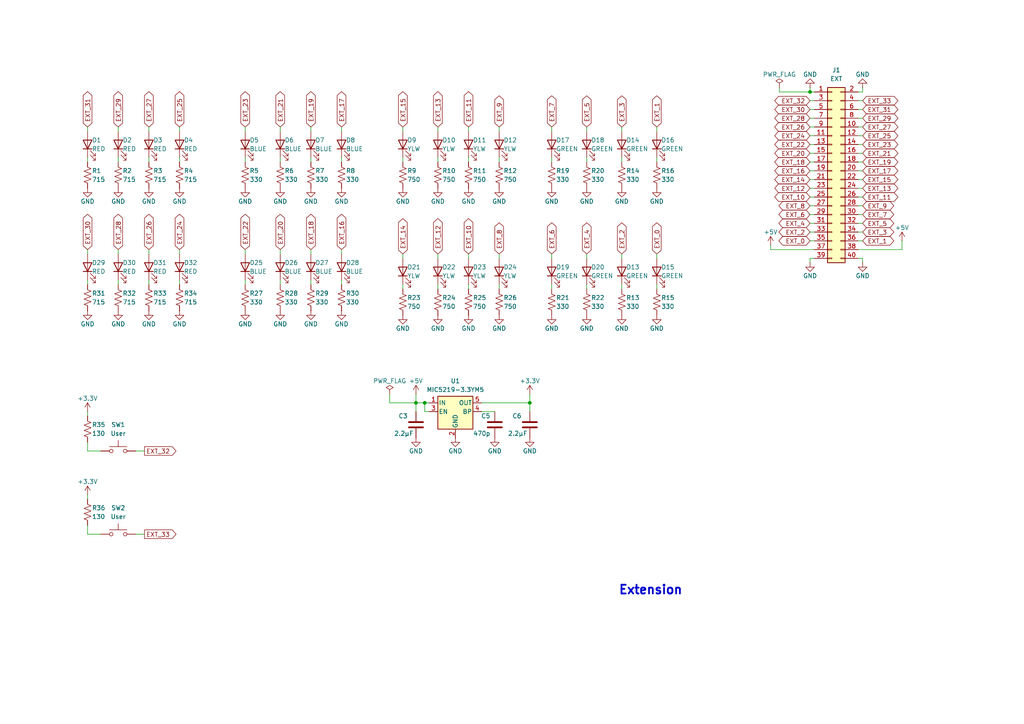
<source format=kicad_sch>
(kicad_sch (version 20231120) (generator "eeschema") (generator_version "8.0")
  (paper "A4")
  (junction (at 234.95 26.67))
  (junction (at 123.19 116.84))
  (junction (at 120.65 116.84))
  (junction (at 153.67 116.84))
  (wire (pts (xy 250.19 74.93) (xy 250.19 76.2)))
  (wire (pts (xy 135.89 82.55) (xy 135.89 83.82)))
  (wire (pts (xy 99.06 72.39) (xy 99.06 73.66)))
  (wire (pts (xy 81.28 45.72) (xy 81.28 46.99)))
  (wire (pts (xy 234.95 49.53) (xy 236.22 49.53)))
  (wire (pts (xy 250.19 26.67) (xy 250.19 25.4)))
  (wire (pts (xy 234.95 74.93) (xy 234.95 76.2)))
  (wire (pts (xy 234.95 26.67) (xy 226.06 26.67)))
  (wire (pts (xy 234.95 74.93) (xy 236.22 74.93)))
  (wire (pts (xy 113.03 116.84) (xy 113.03 114.3)))
  (wire (pts (xy 25.4 36.83) (xy 25.4 38.1)))
  (wire (pts (xy 81.28 81.28) (xy 81.28 82.55)))
  (wire (pts (xy 135.89 36.83) (xy 135.89 38.1)))
  (wire (pts (xy 52.07 72.39) (xy 52.07 73.66)))
  (wire (pts (xy 180.34 73.66) (xy 180.34 74.93)))
  (wire (pts (xy 25.4 128.27) (xy 25.4 130.81)))
  (wire (pts (xy 234.95 36.83) (xy 236.22 36.83)))
  (wire (pts (xy 234.95 54.61) (xy 236.22 54.61)))
  (wire (pts (xy 144.78 73.66) (xy 144.78 74.93)))
  (wire (pts (xy 71.12 81.28) (xy 71.12 82.55)))
  (wire (pts (xy 135.89 45.72) (xy 135.89 46.99)))
  (wire (pts (xy 261.62 69.85) (xy 261.62 72.39)))
  (wire (pts (xy 234.95 39.37) (xy 236.22 39.37)))
  (wire (pts (xy 170.18 36.83) (xy 170.18 38.1)))
  (wire (pts (xy 234.95 46.99) (xy 236.22 46.99)))
  (wire (pts (xy 120.65 116.84) (xy 113.03 116.84)))
  (wire (pts (xy 127 45.72) (xy 127 46.99)))
  (wire (pts (xy 43.18 36.83) (xy 43.18 38.1)))
  (wire (pts (xy 99.06 36.83) (xy 99.06 38.1)))
  (wire (pts (xy 135.89 73.66) (xy 135.89 74.93)))
  (wire (pts (xy 144.78 45.72) (xy 144.78 46.99)))
  (wire (pts (xy 25.4 119.38) (xy 25.4 120.65)))
  (wire (pts (xy 223.52 72.39) (xy 236.22 72.39)))
  (wire (pts (xy 90.17 36.83) (xy 90.17 38.1)))
  (wire (pts (xy 144.78 82.55) (xy 144.78 83.82)))
  (wire (pts (xy 52.07 82.55) (xy 52.07 81.28)))
  (wire (pts (xy 170.18 82.55) (xy 170.18 83.82)))
  (wire (pts (xy 190.5 82.55) (xy 190.5 83.82)))
  (wire (pts (xy 71.12 45.72) (xy 71.12 46.99)))
  (wire (pts (xy 234.95 64.77) (xy 236.22 64.77)))
  (wire (pts (xy 248.92 41.91) (xy 250.19 41.91)))
  (wire (pts (xy 81.28 36.83) (xy 81.28 38.1)))
  (wire (pts (xy 234.95 26.67) (xy 234.95 25.4)))
  (wire (pts (xy 234.95 29.21) (xy 236.22 29.21)))
  (wire (pts (xy 248.92 64.77) (xy 250.19 64.77)))
  (wire (pts (xy 180.34 36.83) (xy 180.34 38.1)))
  (wire (pts (xy 144.78 36.83) (xy 144.78 38.1)))
  (wire (pts (xy 52.07 36.83) (xy 52.07 38.1)))
  (wire (pts (xy 180.34 45.72) (xy 180.34 46.99)))
  (wire (pts (xy 25.4 82.55) (xy 25.4 81.28)))
  (wire (pts (xy 248.92 52.07) (xy 250.19 52.07)))
  (wire (pts (xy 160.02 45.72) (xy 160.02 46.99)))
  (wire (pts (xy 116.84 82.55) (xy 116.84 83.82)))
  (wire (pts (xy 223.52 71.12) (xy 223.52 72.39)))
  (wire (pts (xy 25.4 130.81) (xy 29.21 130.81)))
  (wire (pts (xy 99.06 81.28) (xy 99.06 82.55)))
  (wire (pts (xy 153.67 116.84) (xy 153.67 119.38)))
  (wire (pts (xy 234.95 44.45) (xy 236.22 44.45)))
  (wire (pts (xy 34.29 46.99) (xy 34.29 45.72)))
  (wire (pts (xy 90.17 81.28) (xy 90.17 82.55)))
  (wire (pts (xy 90.17 72.39) (xy 90.17 73.66)))
  (wire (pts (xy 248.92 34.29) (xy 250.19 34.29)))
  (wire (pts (xy 170.18 45.72) (xy 170.18 46.99)))
  (wire (pts (xy 127 82.55) (xy 127 83.82)))
  (wire (pts (xy 116.84 36.83) (xy 116.84 38.1)))
  (wire (pts (xy 248.92 29.21) (xy 250.19 29.21)))
  (wire (pts (xy 116.84 45.72) (xy 116.84 46.99)))
  (wire (pts (xy 234.95 34.29) (xy 236.22 34.29)))
  (wire (pts (xy 25.4 46.99) (xy 25.4 45.72)))
  (wire (pts (xy 248.92 54.61) (xy 250.19 54.61)))
  (wire (pts (xy 90.17 45.72) (xy 90.17 46.99)))
  (wire (pts (xy 25.4 152.4) (xy 25.4 154.94)))
  (wire (pts (xy 234.95 62.23) (xy 236.22 62.23)))
  (wire (pts (xy 120.65 114.3) (xy 120.65 116.84)))
  (wire (pts (xy 34.29 72.39) (xy 34.29 73.66)))
  (wire (pts (xy 43.18 82.55) (xy 43.18 81.28)))
  (wire (pts (xy 190.5 73.66) (xy 190.5 74.93)))
  (wire (pts (xy 160.02 82.55) (xy 160.02 83.82)))
  (wire (pts (xy 190.5 36.83) (xy 190.5 38.1)))
  (wire (pts (xy 248.92 69.85) (xy 250.19 69.85)))
  (wire (pts (xy 248.92 67.31) (xy 250.19 67.31)))
  (wire (pts (xy 81.28 72.39) (xy 81.28 73.66)))
  (wire (pts (xy 234.95 57.15) (xy 236.22 57.15)))
  (wire (pts (xy 52.07 46.99) (xy 52.07 45.72)))
  (wire (pts (xy 248.92 62.23) (xy 250.19 62.23)))
  (wire (pts (xy 190.5 45.72) (xy 190.5 46.99)))
  (wire (pts (xy 248.92 31.75) (xy 250.19 31.75)))
  (wire (pts (xy 248.92 36.83) (xy 250.19 36.83)))
  (wire (pts (xy 71.12 72.39) (xy 71.12 73.66)))
  (wire (pts (xy 34.29 36.83) (xy 34.29 38.1)))
  (wire (pts (xy 153.67 114.3) (xy 153.67 116.84)))
  (wire (pts (xy 234.95 59.69) (xy 236.22 59.69)))
  (wire (pts (xy 139.7 119.38) (xy 143.51 119.38)))
  (wire (pts (xy 71.12 36.83) (xy 71.12 38.1)))
  (wire (pts (xy 160.02 73.66) (xy 160.02 74.93)))
  (wire (pts (xy 123.19 116.84) (xy 124.46 116.84)))
  (wire (pts (xy 124.46 119.38) (xy 123.19 119.38)))
  (wire (pts (xy 123.19 116.84) (xy 120.65 116.84)))
  (wire (pts (xy 248.92 72.39) (xy 261.62 72.39)))
  (wire (pts (xy 120.65 116.84) (xy 120.65 119.38)))
  (wire (pts (xy 234.95 67.31) (xy 236.22 67.31)))
  (wire (pts (xy 248.92 57.15) (xy 250.19 57.15)))
  (wire (pts (xy 39.37 130.81) (xy 41.91 130.81)))
  (wire (pts (xy 234.95 31.75) (xy 236.22 31.75)))
  (wire (pts (xy 43.18 72.39) (xy 43.18 73.66)))
  (wire (pts (xy 127 36.83) (xy 127 38.1)))
  (wire (pts (xy 234.95 41.91) (xy 236.22 41.91)))
  (wire (pts (xy 39.37 154.94) (xy 41.91 154.94)))
  (wire (pts (xy 236.22 26.67) (xy 234.95 26.67)))
  (wire (pts (xy 127 73.66) (xy 127 74.93)))
  (wire (pts (xy 160.02 36.83) (xy 160.02 38.1)))
  (wire (pts (xy 248.92 74.93) (xy 250.19 74.93)))
  (wire (pts (xy 180.34 82.55) (xy 180.34 83.82)))
  (wire (pts (xy 248.92 59.69) (xy 250.19 59.69)))
  (wire (pts (xy 234.95 69.85) (xy 236.22 69.85)))
  (wire (pts (xy 25.4 72.39) (xy 25.4 73.66)))
  (wire (pts (xy 99.06 45.72) (xy 99.06 46.99)))
  (wire (pts (xy 248.92 39.37) (xy 250.19 39.37)))
  (wire (pts (xy 34.29 82.55) (xy 34.29 81.28)))
  (wire (pts (xy 248.92 46.99) (xy 250.19 46.99)))
  (wire (pts (xy 248.92 49.53) (xy 250.19 49.53)))
  (wire (pts (xy 226.06 26.67) (xy 226.06 25.4)))
  (wire (pts (xy 116.84 73.66) (xy 116.84 74.93)))
  (wire (pts (xy 123.19 119.38) (xy 123.19 116.84)))
  (wire (pts (xy 25.4 154.94) (xy 29.21 154.94)))
  (wire (pts (xy 139.7 116.84) (xy 153.67 116.84)))
  (wire (pts (xy 248.92 26.67) (xy 250.19 26.67)))
  (wire (pts (xy 170.18 73.66) (xy 170.18 74.93)))
  (wire (pts (xy 43.18 46.99) (xy 43.18 45.72)))
  (wire (pts (xy 248.92 44.45) (xy 250.19 44.45)))
  (wire (pts (xy 234.95 52.07) (xy 236.22 52.07)))
  (wire (pts (xy 25.4 143.51) (xy 25.4 144.78)))
  (text "Extension" (at 179.324 172.72 0) (effects (font (size 2.54 2.54) (thickness 0.508) (bold yes)) (justify left bottom)))
  (global_label "EXT_28" (shape bidirectional) (at 234.95 34.29 180) (property "Intersheetrefs" "${INTERSHEET_REFS}" (effects (hide yes))))
  (global_label "EXT_25" (shape bidirectional) (at 52.07 36.83 90) (property "Intersheetrefs" "${INTERSHEET_REFS}" (effects (hide yes))))
  (global_label "EXT_32" (shape bidirectional) (at 234.95 29.21 180) (property "Intersheetrefs" "${INTERSHEET_REFS}" (effects (hide yes))))
  (global_label "EXT_31" (shape bidirectional) (at 25.4 36.83 90) (property "Intersheetrefs" "${INTERSHEET_REFS}" (effects (hide yes))))
  (global_label "EXT_24" (shape bidirectional) (at 52.07 72.39 90) (property "Intersheetrefs" "${INTERSHEET_REFS}" (effects (hide yes))))
  (global_label "EXT_11" (shape bidirectional) (at 250.19 57.15 0) (property "Intersheetrefs" "${INTERSHEET_REFS}" (effects (hide yes))))
  (global_label "EXT_29" (shape bidirectional) (at 34.29 36.83 90) (property "Intersheetrefs" "${INTERSHEET_REFS}" (effects (hide yes))))
  (global_label "EXT_11" (shape bidirectional) (at 135.89 36.83 90) (property "Intersheetrefs" "${INTERSHEET_REFS}" (effects (hide yes))))
  (global_label "EXT_23" (shape bidirectional) (at 71.12 36.83 90) (property "Intersheetrefs" "${INTERSHEET_REFS}" (effects (hide yes))))
  (global_label "EXT_30" (shape bidirectional) (at 25.4 72.39 90) (property "Intersheetrefs" "${INTERSHEET_REFS}" (effects (hide yes))))
  (global_label "EXT_24" (shape bidirectional) (at 234.95 39.37 180) (property "Intersheetrefs" "${INTERSHEET_REFS}" (effects (hide yes))))
  (global_label "EXT_9" (shape bidirectional) (at 250.19 59.69 0) (property "Intersheetrefs" "${INTERSHEET_REFS}" (effects (hide yes))))
  (global_label "EXT_6" (shape bidirectional) (at 234.95 62.23 180) (property "Intersheetrefs" "${INTERSHEET_REFS}" (effects (hide yes))))
  (global_label "EXT_33" (shape output) (at 41.91 154.94 0) (property "Intersheetrefs" "${INTERSHEET_REFS}" (effects (hide yes))))
  (global_label "EXT_23" (shape bidirectional) (at 250.19 41.91 0) (property "Intersheetrefs" "${INTERSHEET_REFS}" (effects (hide yes))))
  (global_label "EXT_20" (shape bidirectional) (at 234.95 44.45 180) (property "Intersheetrefs" "${INTERSHEET_REFS}" (effects (hide yes))))
  (global_label "EXT_9" (shape bidirectional) (at 144.78 36.83 90) (property "Intersheetrefs" "${INTERSHEET_REFS}" (effects (hide yes))))
  (global_label "EXT_15" (shape bidirectional) (at 250.19 52.07 0) (property "Intersheetrefs" "${INTERSHEET_REFS}" (effects (hide yes))))
  (global_label "EXT_32" (shape output) (at 41.91 130.81 0) (property "Intersheetrefs" "${INTERSHEET_REFS}" (effects (hide yes))))
  (global_label "EXT_14" (shape bidirectional) (at 234.95 52.07 180) (property "Intersheetrefs" "${INTERSHEET_REFS}" (effects (hide yes))))
  (global_label "EXT_8" (shape bidirectional) (at 144.78 73.66 90) (property "Intersheetrefs" "${INTERSHEET_REFS}" (effects (hide yes))))
  (global_label "EXT_10" (shape bidirectional) (at 135.89 73.66 90) (property "Intersheetrefs" "${INTERSHEET_REFS}" (effects (hide yes))))
  (global_label "EXT_27" (shape bidirectional) (at 43.18 36.83 90) (property "Intersheetrefs" "${INTERSHEET_REFS}" (effects (hide yes))))
  (global_label "EXT_5" (shape bidirectional) (at 250.19 64.77 0) (property "Intersheetrefs" "${INTERSHEET_REFS}" (effects (hide yes))))
  (global_label "EXT_3" (shape bidirectional) (at 180.34 36.83 90) (property "Intersheetrefs" "${INTERSHEET_REFS}" (effects (hide yes))))
  (global_label "EXT_0" (shape bidirectional) (at 234.95 69.85 180) (property "Intersheetrefs" "${INTERSHEET_REFS}" (effects (hide yes))))
  (global_label "EXT_29" (shape bidirectional) (at 250.19 34.29 0) (property "Intersheetrefs" "${INTERSHEET_REFS}" (effects (hide yes))))
  (global_label "EXT_1" (shape bidirectional) (at 250.19 69.85 0) (property "Intersheetrefs" "${INTERSHEET_REFS}" (effects (hide yes))))
  (global_label "EXT_18" (shape bidirectional) (at 234.95 46.99 180) (property "Intersheetrefs" "${INTERSHEET_REFS}" (effects (hide yes))))
  (global_label "EXT_21" (shape bidirectional) (at 81.28 36.83 90) (property "Intersheetrefs" "${INTERSHEET_REFS}" (effects (hide yes))))
  (global_label "EXT_4" (shape bidirectional) (at 234.95 64.77 180) (property "Intersheetrefs" "${INTERSHEET_REFS}" (effects (hide yes))))
  (global_label "EXT_0" (shape bidirectional) (at 190.5 73.66 90) (property "Intersheetrefs" "${INTERSHEET_REFS}" (effects (hide yes))))
  (global_label "EXT_25" (shape bidirectional) (at 250.19 39.37 0) (property "Intersheetrefs" "${INTERSHEET_REFS}" (effects (hide yes))))
  (global_label "EXT_13" (shape bidirectional) (at 250.19 54.61 0) (property "Intersheetrefs" "${INTERSHEET_REFS}" (effects (hide yes))))
  (global_label "EXT_22" (shape bidirectional) (at 234.95 41.91 180) (property "Intersheetrefs" "${INTERSHEET_REFS}" (effects (hide yes))))
  (global_label "EXT_12" (shape bidirectional) (at 234.95 54.61 180) (property "Intersheetrefs" "${INTERSHEET_REFS}" (effects (hide yes))))
  (global_label "EXT_3" (shape bidirectional) (at 250.19 67.31 0) (property "Intersheetrefs" "${INTERSHEET_REFS}" (effects (hide yes))))
  (global_label "EXT_21" (shape bidirectional) (at 250.19 44.45 0) (property "Intersheetrefs" "${INTERSHEET_REFS}" (effects (hide yes))))
  (global_label "EXT_22" (shape bidirectional) (at 71.12 72.39 90) (property "Intersheetrefs" "${INTERSHEET_REFS}" (effects (hide yes))))
  (global_label "EXT_14" (shape bidirectional) (at 116.84 73.66 90) (property "Intersheetrefs" "${INTERSHEET_REFS}" (effects (hide yes))))
  (global_label "EXT_7" (shape bidirectional) (at 250.19 62.23 0) (property "Intersheetrefs" "${INTERSHEET_REFS}" (effects (hide yes))))
  (global_label "EXT_4" (shape bidirectional) (at 170.18 73.66 90) (property "Intersheetrefs" "${INTERSHEET_REFS}" (effects (hide yes))))
  (global_label "EXT_30" (shape bidirectional) (at 234.95 31.75 180) (property "Intersheetrefs" "${INTERSHEET_REFS}" (effects (hide yes))))
  (global_label "EXT_10" (shape bidirectional) (at 234.95 57.15 180) (property "Intersheetrefs" "${INTERSHEET_REFS}" (effects (hide yes))))
  (global_label "EXT_26" (shape bidirectional) (at 234.95 36.83 180) (property "Intersheetrefs" "${INTERSHEET_REFS}" (effects (hide yes))))
  (global_label "EXT_13" (shape bidirectional) (at 127 36.83 90) (property "Intersheetrefs" "${INTERSHEET_REFS}" (effects (hide yes))))
  (global_label "EXT_19" (shape bidirectional) (at 90.17 36.83 90) (property "Intersheetrefs" "${INTERSHEET_REFS}" (effects (hide yes))))
  (global_label "EXT_8" (shape bidirectional) (at 234.95 59.69 180) (property "Intersheetrefs" "${INTERSHEET_REFS}" (effects (hide yes))))
  (global_label "EXT_6" (shape bidirectional) (at 160.02 73.66 90) (property "Intersheetrefs" "${INTERSHEET_REFS}" (effects (hide yes))))
  (global_label "EXT_7" (shape bidirectional) (at 160.02 36.83 90) (property "Intersheetrefs" "${INTERSHEET_REFS}" (effects (hide yes))))
  (global_label "EXT_5" (shape bidirectional) (at 170.18 36.83 90) (property "Intersheetrefs" "${INTERSHEET_REFS}" (effects (hide yes))))
  (global_label "EXT_19" (shape bidirectional) (at 250.19 46.99 0) (property "Intersheetrefs" "${INTERSHEET_REFS}" (effects (hide yes))))
  (global_label "EXT_17" (shape bidirectional) (at 250.19 49.53 0) (property "Intersheetrefs" "${INTERSHEET_REFS}" (effects (hide yes))))
  (global_label "EXT_15" (shape bidirectional) (at 116.84 36.83 90) (property "Intersheetrefs" "${INTERSHEET_REFS}" (effects (hide yes))))
  (global_label "EXT_33" (shape bidirectional) (at 250.19 29.21 0) (property "Intersheetrefs" "${INTERSHEET_REFS}" (effects (hide yes))))
  (global_label "EXT_31" (shape bidirectional) (at 250.19 31.75 0) (property "Intersheetrefs" "${INTERSHEET_REFS}" (effects (hide yes))))
  (global_label "EXT_2" (shape bidirectional) (at 180.34 73.66 90) (property "Intersheetrefs" "${INTERSHEET_REFS}" (effects (hide yes))))
  (global_label "EXT_26" (shape bidirectional) (at 43.18 72.39 90) (property "Intersheetrefs" "${INTERSHEET_REFS}" (effects (hide yes))))
  (global_label "EXT_1" (shape bidirectional) (at 190.5 36.83 90) (property "Intersheetrefs" "${INTERSHEET_REFS}" (effects (hide yes))))
  (global_label "EXT_27" (shape bidirectional) (at 250.19 36.83 0) (property "Intersheetrefs" "${INTERSHEET_REFS}" (effects (hide yes))))
  (global_label "EXT_18" (shape bidirectional) (at 90.17 72.39 90) (property "Intersheetrefs" "${INTERSHEET_REFS}" (effects (hide yes))))
  (global_label "EXT_16" (shape bidirectional) (at 234.95 49.53 180) (property "Intersheetrefs" "${INTERSHEET_REFS}" (effects (hide yes))))
  (global_label "EXT_20" (shape bidirectional) (at 81.28 72.39 90) (property "Intersheetrefs" "${INTERSHEET_REFS}" (effects (hide yes))))
  (global_label "EXT_16" (shape bidirectional) (at 99.06 72.39 90) (property "Intersheetrefs" "${INTERSHEET_REFS}" (effects (hide yes))))
  (global_label "EXT_17" (shape bidirectional) (at 99.06 36.83 90) (property "Intersheetrefs" "${INTERSHEET_REFS}" (effects (hide yes))))
  (global_label "EXT_28" (shape bidirectional) (at 34.29 72.39 90) (property "Intersheetrefs" "${INTERSHEET_REFS}" (effects (hide yes))))
  (global_label "EXT_2" (shape bidirectional) (at 234.95 67.31 180) (property "Intersheetrefs" "${INTERSHEET_REFS}" (effects (hide yes))))
  (global_label "EXT_12" (shape bidirectional) (at 127 73.66 90) (property "Intersheetrefs" "${INTERSHEET_REFS}" (effects (hide yes))))
  (symbol (lib_id "Device:LED") (at 43.18 41.91 90) (unit 1)
    (property "Reference" "D3" (at 44.45 40.64 90) (effects (justify right)))
    (property "Value" "RED" (at 44.45 43.18 90) (effects (justify right)))
    (property "Footprint" "LED_SMD:LED_0603_1608Metric" (effects (hide yes)))
    (property "Description" "Light emitting diode" (effects (hide yes)))
    (property "Manufacturer" "Kingbright" (effects (hide yes)))
    (property "MPN" "APTD1608LSURCK" (effects (hide yes)))
  )
  (symbol (lib_id "Device:LED") (at 71.12 77.47 90) (unit 1)
    (property "Reference" "D25" (at 72.39 76.2 90) (effects (justify right)))
    (property "Value" "BLUE" (at 72.39 78.74 90) (effects (justify right)))
    (property "Footprint" "LED_SMD:LED_0603_1608Metric" (effects (hide yes)))
    (property "Description" "Light emitting diode" (effects (hide yes)))
    (property "Manufacturer" "Kingbright" (effects (hide yes)))
    (property "MPN" "APTD1608LVBC/D" (effects (hide yes)))
  )
  (symbol (lib_id "power:GND") (at 143.51 127 0) (unit 1)
    (property "Reference" "#PWR014" (effects (hide yes)))
    (property "Value" "GND" (at 143.51 130.81 0))
    (property "Description" "Power symbol creates a global label with name \"GND\" , ground" (effects (hide yes)))
    (instances (project "FT2232H" (path "" (reference "#PWR014") (unit 1))) (project "ECP5" (path "" (reference "#PWR049") (unit 1))))
  )
  (symbol (lib_id "Device:C") (at 143.51 123.19 0) (mirror y) (unit 1)
    (property "Reference" "C5" (at 142.24 120.65 0) (effects (justify left)))
    (property "Value" "470p" (at 142.24 125.73 0) (effects (justify left)))
    (property "Footprint" "Capacitor_SMD:C_0603_1608Metric" (effects (hide yes)))
    (property "Description" "Unpolarized capacitor" (effects (hide yes)))
    (property "Manufacturer" "Würth Elektronik" (effects (hide yes)))
    (property "MPN" "885012006042" (effects (hide yes)))
    (instances (project "FT2232H" (path "" (reference "C5") (unit 1))) (project "ECP5" (path "" (reference "C7") (unit 1))))
  )
  (symbol (lib_id "Device:LED") (at 127 41.91 90) (unit 1)
    (property "Reference" "D10" (at 128.27 40.64 90) (effects (justify right)))
    (property "Value" "YLW" (at 128.27 43.18 90) (effects (justify right)))
    (property "Footprint" "LED_SMD:LED_0603_1608Metric" (effects (hide yes)))
    (property "Description" "Light emitting diode" (effects (hide yes)))
    (property "Manufacturer" "Kingbright" (effects (hide yes)))
    (property "MPN" "APTD1608LSYCK/J3-PF" (effects (hide yes)))
  )
  (symbol (lib_id "Device:R_US") (at 160.02 50.8 0) (unit 1)
    (property "Reference" "R19" (at 161.29 49.53 0) (effects (justify left)))
    (property "Value" "330" (at 161.29 52.07 0) (effects (justify left)))
    (property "Footprint" "Resistor_SMD:R_0603_1608Metric" (effects (hide yes)))
    (property "Description" "Resistor, US symbol" (effects (hide yes)))
    (property "Manufacturer" "Panasonic Electronic Components" (effects (hide yes)))
    (property "MPN" "ERJ-3EKF3300V" (effects (hide yes)))
  )
  (symbol (lib_id "power:+5V") (at 223.52 71.12 0) (unit 1)
    (property "Reference" "#PWR04" (effects (hide yes)))
    (property "Value" "+5V" (at 223.52 67.31 0))
    (property "Description" "Power symbol creates a global label with name \"+5V\"" (effects (hide yes)))
  )
  (symbol (lib_id "power:GND") (at 135.89 54.61 0) (unit 1)
    (property "Reference" "#PWR017" (effects (hide yes)))
    (property "Value" "GND" (at 135.89 58.42 0))
    (property "Description" "Power symbol creates a global label with name \"GND\" , ground" (effects (hide yes)))
  )
  (symbol (lib_id "Device:R_US") (at 52.07 86.36 0) (unit 1)
    (property "Reference" "R34" (at 53.34 85.09 0) (effects (justify left)))
    (property "Value" "715" (at 53.34 87.63 0) (effects (justify left)))
    (property "Footprint" "Resistor_SMD:R_0603_1608Metric" (effects (hide yes)))
    (property "Description" "Resistor, US symbol" (effects (hide yes)))
    (property "Manufacturer" "Panasonic Electronic Components" (effects (hide yes)))
    (property "MPN" "ERJ-3EKF7150V" (effects (hide yes)))
  )
  (symbol (lib_id "Device:LED") (at 170.18 41.91 90) (unit 1)
    (property "Reference" "D18" (at 171.45 40.64 90) (effects (justify right)))
    (property "Value" "GREEN" (at 171.45 43.18 90) (effects (justify right)))
    (property "Footprint" "LED_SMD:LED_0603_1608Metric" (effects (hide yes)))
    (property "Description" "Light emitting diode" (effects (hide yes)))
    (property "Manufacturer" "Kingbright" (effects (hide yes)))
    (property "MPN" "APTD1608LZGCK" (effects (hide yes)))
  )
  (symbol (lib_id "power:GND") (at 116.84 54.61 0) (unit 1)
    (property "Reference" "#PWR015" (effects (hide yes)))
    (property "Value" "GND" (at 116.84 58.42 0))
    (property "Description" "Power symbol creates a global label with name \"GND\" , ground" (effects (hide yes)))
  )
  (symbol (lib_id "power:GND") (at 43.18 90.17 0) (unit 1)
    (property "Reference" "#PWR042" (effects (hide yes)))
    (property "Value" "GND" (at 43.18 93.98 0))
    (property "Description" "Power symbol creates a global label with name \"GND\" , ground" (effects (hide yes)))
  )
  (symbol (lib_id "power:GND") (at 34.29 90.17 0) (unit 1)
    (property "Reference" "#PWR041" (effects (hide yes)))
    (property "Value" "GND" (at 34.29 93.98 0))
    (property "Description" "Power symbol creates a global label with name \"GND\" , ground" (effects (hide yes)))
  )
  (symbol (lib_id "power:+5V") (at 261.62 69.85 0) (unit 1)
    (property "Reference" "#PWR03" (effects (hide yes)))
    (property "Value" "+5V" (at 261.62 66.04 0))
    (property "Description" "Power symbol creates a global label with name \"+5V\"" (effects (hide yes)))
  )
  (symbol (lib_id "Device:R_US") (at 90.17 86.36 0) (unit 1)
    (property "Reference" "R29" (at 91.44 85.09 0) (effects (justify left)))
    (property "Value" "330" (at 91.44 87.63 0) (effects (justify left)))
    (property "Footprint" "Resistor_SMD:R_0603_1608Metric" (effects (hide yes)))
    (property "Description" "Resistor, US symbol" (effects (hide yes)))
    (property "Manufacturer" "Panasonic Electronic Components" (effects (hide yes)))
    (property "MPN" "ERJ-3EKF3300V" (effects (hide yes)))
  )
  (symbol (lib_id "Regulator_Linear:MIC5219-3.3YM5") (at 132.08 119.38 0) (unit 1)
    (property "Reference" "U1" (at 132.08 110.49 0))
    (property "Value" "MIC5219-3.3YM5" (at 132.08 113.03 0))
    (property "Footprint" "Package_TO_SOT_SMD:SOT-23-5" (effects (hide yes)))
    (property "Datasheet" "http://ww1.microchip.com/downloads/en/DeviceDoc/MIC5219-500mA-Peak-Output-LDO-Regulator-DS20006021A.pdf" (effects (hide yes)))
    (property "Description" "500mA low dropout linear regulator, fixed 3.3V output, SOT-23-5" (effects (hide yes)))
    (property "MPN" "MIC5219-3.3YM5-TR" (effects (hide yes)))
    (property "Manufacturer" "Microchip Technology" (effects (hide yes)))
    (instances (project "FT2232H" (path "" (reference "U1") (unit 1))) (project "ECP5" (path "" (reference "U2") (unit 1))))
  )
  (symbol (lib_id "power:+3.3V") (at 25.4 119.38 0) (unit 1) (in_bom no)
    (property "Reference" "#PWR044" (effects (hide yes)))
    (property "Value" "+3.3V" (at 25.4 115.57 0))
    (property "Description" "Power symbol creates a global label with name \"+3.3V\"" (effects (hide yes)))
  )
  (symbol (lib_id "Connector_Generic:Conn_02x20_Odd_Even") (at 241.3 49.53 0) (unit 1)
    (property "Reference" "J1" (at 242.57 20.32 0))
    (property "Value" "EXT" (at 242.57 22.86 0))
    (property "Footprint" "ECP5_BGA381_RISCV_EXT:SAMTEC_FLE-120-01-G-DV-A" (effects (hide yes)))
    (property "Description" "Generic connector, double row, 02x20, odd/even pin numbering scheme (row 1 odd numbers, row 2 even numbers), script generated (kicad-library-utils/schlib/autogen/connector/)" (effects (hide yes)))
    (property "MPN" "FLE-120-01-G-DV-A-P-TR" (effects (hide yes)))
    (property "Manufacturer" "Samtec Inc." (effects (hide yes)))
  )
  (symbol (lib_id "Device:LED") (at 190.5 78.74 90) (unit 1)
    (property "Reference" "D15" (at 191.77 77.47 90) (effects (justify right)))
    (property "Value" "GREEN" (at 191.77 80.01 90) (effects (justify right)))
    (property "Footprint" "LED_SMD:LED_0603_1608Metric" (effects (hide yes)))
    (property "Description" "Light emitting diode" (effects (hide yes)))
    (property "Manufacturer" "Kingbright" (effects (hide yes)))
    (property "MPN" "APTD1608LZGCK" (effects (hide yes)))
  )
  (symbol (lib_id "power:GND") (at 160.02 54.61 0) (unit 1)
    (property "Reference" "#PWR028" (effects (hide yes)))
    (property "Value" "GND" (at 160.02 58.42 0))
    (property "Description" "Power symbol creates a global label with name \"GND\" , ground" (effects (hide yes)))
  )
  (symbol (lib_id "Device:LED") (at 99.06 77.47 90) (unit 1)
    (property "Reference" "D28" (at 100.33 76.2 90) (effects (justify right)))
    (property "Value" "BLUE" (at 100.33 78.74 90) (effects (justify right)))
    (property "Footprint" "LED_SMD:LED_0603_1608Metric" (effects (hide yes)))
    (property "Description" "Light emitting diode" (effects (hide yes)))
    (property "Manufacturer" "Kingbright" (effects (hide yes)))
    (property "MPN" "APTD1608LVBC/D" (effects (hide yes)))
  )
  (symbol (lib_id "Device:R_US") (at 170.18 50.8 0) (unit 1)
    (property "Reference" "R20" (at 171.45 49.53 0) (effects (justify left)))
    (property "Value" "330" (at 171.45 52.07 0) (effects (justify left)))
    (property "Footprint" "Resistor_SMD:R_0603_1608Metric" (effects (hide yes)))
    (property "Description" "Resistor, US symbol" (effects (hide yes)))
    (property "Manufacturer" "Panasonic Electronic Components" (effects (hide yes)))
    (property "MPN" "ERJ-3EKF3300V" (effects (hide yes)))
  )
  (symbol (lib_id "Device:LED") (at 90.17 77.47 90) (unit 1)
    (property "Reference" "D27" (at 91.44 76.2 90) (effects (justify right)))
    (property "Value" "BLUE" (at 91.44 78.74 90) (effects (justify right)))
    (property "Footprint" "LED_SMD:LED_0603_1608Metric" (effects (hide yes)))
    (property "Description" "Light emitting diode" (effects (hide yes)))
    (property "Manufacturer" "Kingbright" (effects (hide yes)))
    (property "MPN" "APTD1608LVBC/D" (effects (hide yes)))
  )
  (symbol (lib_id "Device:LED") (at 81.28 77.47 90) (unit 1)
    (property "Reference" "D26" (at 82.55 76.2 90) (effects (justify right)))
    (property "Value" "BLUE" (at 82.55 78.74 90) (effects (justify right)))
    (property "Footprint" "LED_SMD:LED_0603_1608Metric" (effects (hide yes)))
    (property "Description" "Light emitting diode" (effects (hide yes)))
    (property "Manufacturer" "Kingbright" (effects (hide yes)))
    (property "MPN" "APTD1608LVBC/D" (effects (hide yes)))
  )
  (symbol (lib_id "power:GND") (at 153.67 127 0) (unit 1)
    (property "Reference" "#PWR020" (effects (hide yes)))
    (property "Value" "GND" (at 153.67 130.81 0))
    (property "Description" "Power symbol creates a global label with name \"GND\" , ground" (effects (hide yes)))
    (instances (project "FT2232H" (path "" (reference "#PWR020") (unit 1))) (project "ECP5" (path "" (reference "#PWR050") (unit 1))))
  )
  (symbol (lib_id "Device:LED") (at 127 78.74 90) (unit 1)
    (property "Reference" "D22" (at 128.27 77.47 90) (effects (justify right)))
    (property "Value" "YLW" (at 128.27 80.01 90) (effects (justify right)))
    (property "Footprint" "LED_SMD:LED_0603_1608Metric" (effects (hide yes)))
    (property "Description" "Light emitting diode" (effects (hide yes)))
    (property "Manufacturer" "Kingbright" (effects (hide yes)))
    (property "MPN" "APTD1608LSYCK/J3-PF" (effects (hide yes)))
  )
  (symbol (lib_id "power:GND") (at 120.65 127 0) (unit 1)
    (property "Reference" "#PWR010" (effects (hide yes)))
    (property "Value" "GND" (at 120.65 130.81 0))
    (property "Description" "Power symbol creates a global label with name \"GND\" , ground" (effects (hide yes)))
    (instances (project "FT2232H" (path "" (reference "#PWR010") (unit 1))) (project "ECP5" (path "" (reference "#PWR047") (unit 1))))
  )
  (symbol (lib_id "power:GND") (at 250.19 76.2 0) (unit 1)
    (property "Reference" "#PWR06" (effects (hide yes)))
    (property "Value" "GND" (at 250.19 80.01 0))
    (property "Description" "Power symbol creates a global label with name \"GND\" , ground" (effects (hide yes)))
  )
  (symbol (lib_id "power:GND") (at 132.08 127 0) (unit 1)
    (property "Reference" "#PWR011" (effects (hide yes)))
    (property "Value" "GND" (at 132.08 130.81 0))
    (property "Description" "Power symbol creates a global label with name \"GND\" , ground" (effects (hide yes)))
    (instances (project "FT2232H" (path "" (reference "#PWR011") (unit 1))) (project "ECP5" (path "" (reference "#PWR048") (unit 1))))
  )
  (symbol (lib_id "Device:LED") (at 25.4 41.91 90) (unit 1)
    (property "Reference" "D1" (at 26.67 40.64 90) (effects (justify right)))
    (property "Value" "RED" (at 26.67 43.18 90) (effects (justify right)))
    (property "Footprint" "LED_SMD:LED_0603_1608Metric" (effects (hide yes)))
    (property "Description" "Light emitting diode" (effects (hide yes)))
    (property "Manufacturer" "Kingbright" (effects (hide yes)))
    (property "MPN" "APTD1608LSURCK" (effects (hide yes)))
  )
  (symbol (lib_id "power:GND") (at 135.89 91.44 0) (unit 1)
    (property "Reference" "#PWR034" (effects (hide yes)))
    (property "Value" "GND" (at 135.89 95.25 0))
    (property "Description" "Power symbol creates a global label with name \"GND\" , ground" (effects (hide yes)))
  )
  (symbol (lib_id "power:GND") (at 25.4 54.61 0) (unit 1)
    (property "Reference" "#PWR07" (effects (hide yes)))
    (property "Value" "GND" (at 25.4 58.42 0))
    (property "Description" "Power symbol creates a global label with name \"GND\" , ground" (effects (hide yes)))
  )
  (symbol (lib_id "Device:R_US") (at 99.06 86.36 0) (unit 1)
    (property "Reference" "R30" (at 100.33 85.09 0) (effects (justify left)))
    (property "Value" "330" (at 100.33 87.63 0) (effects (justify left)))
    (property "Footprint" "Resistor_SMD:R_0603_1608Metric" (effects (hide yes)))
    (property "Description" "Resistor, US symbol" (effects (hide yes)))
    (property "Manufacturer" "Panasonic Electronic Components" (effects (hide yes)))
    (property "MPN" "ERJ-3EKF3300V" (effects (hide yes)))
  )
  (symbol (lib_id "Device:R_US") (at 127 50.8 0) (unit 1)
    (property "Reference" "R10" (at 128.27 49.53 0) (effects (justify left)))
    (property "Value" "750" (at 128.27 52.07 0) (effects (justify left)))
    (property "Footprint" "Resistor_SMD:R_0603_1608Metric" (effects (hide yes)))
    (property "Description" "Resistor, US symbol" (effects (hide yes)))
    (property "Manufacturer" "Panasonic Electronic Components" (effects (hide yes)))
    (property "MPN" "ERJ-3EKF7500V" (effects (hide yes)))
  )
  (symbol (lib_id "power:GND") (at 160.02 91.44 0) (unit 1)
    (property "Reference" "#PWR030" (effects (hide yes)))
    (property "Value" "GND" (at 160.02 95.25 0))
    (property "Description" "Power symbol creates a global label with name \"GND\" , ground" (effects (hide yes)))
  )
  (symbol (lib_id "power:GND") (at 234.95 76.2 0) (unit 1)
    (property "Reference" "#PWR05" (effects (hide yes)))
    (property "Value" "GND" (at 234.95 80.01 0))
    (property "Description" "Power symbol creates a global label with name \"GND\" , ground" (effects (hide yes)))
  )
  (symbol (lib_id "Device:R_US") (at 81.28 50.8 0) (unit 1)
    (property "Reference" "R6" (at 82.55 49.53 0) (effects (justify left)))
    (property "Value" "330" (at 82.55 52.07 0) (effects (justify left)))
    (property "Footprint" "Resistor_SMD:R_0603_1608Metric" (effects (hide yes)))
    (property "Description" "Resistor, US symbol" (effects (hide yes)))
    (property "Manufacturer" "Panasonic Electronic Components" (effects (hide yes)))
    (property "MPN" "ERJ-3EKF3300V" (effects (hide yes)))
  )
  (symbol (lib_id "power:PWR_FLAG") (at 226.06 25.4 0) (unit 1)
    (property "Reference" "#FLG03" (effects (hide yes)))
    (property "Value" "PWR_FLAG" (at 226.06 21.59 0))
    (property "Description" "Special symbol for telling ERC where power comes from" (effects (hide yes)))
  )
  (symbol (lib_id "Device:R_US") (at 116.84 50.8 0) (unit 1)
    (property "Reference" "R9" (at 118.11 49.53 0) (effects (justify left)))
    (property "Value" "750" (at 118.11 52.07 0) (effects (justify left)))
    (property "Footprint" "Resistor_SMD:R_0603_1608Metric" (effects (hide yes)))
    (property "Description" "Resistor, US symbol" (effects (hide yes)))
    (property "Manufacturer" "Panasonic Electronic Components" (effects (hide yes)))
    (property "MPN" "ERJ-3EKF7500V" (effects (hide yes)))
  )
  (symbol (lib_id "power:GND") (at 180.34 54.61 0) (unit 1)
    (property "Reference" "#PWR020" (effects (hide yes)))
    (property "Value" "GND" (at 180.34 58.42 0))
    (property "Description" "Power symbol creates a global label with name \"GND\" , ground" (effects (hide yes)))
  )
  (symbol (lib_id "Device:R_US") (at 99.06 50.8 0) (unit 1)
    (property "Reference" "R8" (at 100.33 49.53 0) (effects (justify left)))
    (property "Value" "330" (at 100.33 52.07 0) (effects (justify left)))
    (property "Footprint" "Resistor_SMD:R_0603_1608Metric" (effects (hide yes)))
    (property "Description" "Resistor, US symbol" (effects (hide yes)))
    (property "Manufacturer" "Panasonic Electronic Components" (effects (hide yes)))
    (property "MPN" "ERJ-3EKF3300V" (effects (hide yes)))
  )
  (symbol (lib_id "Device:C") (at 153.67 123.19 0) (unit 1)
    (property "Reference" "C6" (at 148.59 120.65 0) (effects (justify left)))
    (property "Value" "2.2µF" (at 147.32 125.73 0) (effects (justify left)))
    (property "Footprint" "Capacitor_SMD:C_1206_3216Metric" (effects (hide yes)))
    (property "Description" "Unpolarized capacitor" (effects (hide yes)))
    (property "Manufacturer" "KYOCERA AVX" (effects (hide yes)))
    (property "MPN" "TPSA225K010T1800" (effects (hide yes)))
    (instances (project "FT2232H" (path "" (reference "C6") (unit 1))) (project "ECP5" (path "" (reference "C8") (unit 1))))
  )
  (symbol (lib_id "power:GND") (at 71.12 90.17 0) (unit 1)
    (property "Reference" "#PWR036" (effects (hide yes)))
    (property "Value" "GND" (at 71.12 93.98 0))
    (property "Description" "Power symbol creates a global label with name \"GND\" , ground" (effects (hide yes)))
  )
  (symbol (lib_id "power:GND") (at 190.5 54.61 0) (unit 1)
    (property "Reference" "#PWR022" (effects (hide yes)))
    (property "Value" "GND" (at 190.5 58.42 0))
    (property "Description" "Power symbol creates a global label with name \"GND\" , ground" (effects (hide yes)))
  )
  (symbol (lib_id "Device:R_US") (at 71.12 50.8 0) (unit 1)
    (property "Reference" "R5" (at 72.39 49.53 0) (effects (justify left)))
    (property "Value" "330" (at 72.39 52.07 0) (effects (justify left)))
    (property "Footprint" "Resistor_SMD:R_0603_1608Metric" (effects (hide yes)))
    (property "Description" "Resistor, US symbol" (effects (hide yes)))
    (property "Manufacturer" "Panasonic Electronic Components" (effects (hide yes)))
    (property "MPN" "ERJ-3EKF3300V" (effects (hide yes)))
  )
  (symbol (lib_id "Device:R_US") (at 25.4 124.46 0) (unit 1)
    (property "Reference" "R35" (at 26.67 123.19 0) (effects (justify left)))
    (property "Value" "130" (at 26.67 125.73 0) (effects (justify left)))
    (property "Footprint" "Resistor_SMD:R_0603_1608Metric" (effects (hide yes)))
    (property "Description" "Resistor, US symbol" (effects (hide yes)))
    (property "Manufacturer" "Panasonic Electronic Components" (effects (hide yes)))
    (property "MPN" "ERJ-3EKF1300V" (effects (hide yes)))
  )
  (symbol (lib_id "Device:R_US") (at 34.29 50.8 0) (unit 1)
    (property "Reference" "R2" (at 35.56 49.53 0) (effects (justify left)))
    (property "Value" "715" (at 35.56 52.07 0) (effects (justify left)))
    (property "Footprint" "Resistor_SMD:R_0603_1608Metric" (effects (hide yes)))
    (property "Description" "Resistor, US symbol" (effects (hide yes)))
    (property "Manufacturer" "Panasonic Electronic Components" (effects (hide yes)))
    (property "MPN" "ERJ-3EKF7150V" (effects (hide yes)))
  )
  (symbol (lib_id "power:GND") (at 90.17 54.61 0) (unit 1)
    (property "Reference" "#PWR013" (effects (hide yes)))
    (property "Value" "GND" (at 90.17 58.42 0))
    (property "Description" "Power symbol creates a global label with name \"GND\" , ground" (effects (hide yes)))
  )
  (symbol (lib_id "Device:R_US") (at 52.07 50.8 0) (unit 1)
    (property "Reference" "R4" (at 53.34 49.53 0) (effects (justify left)))
    (property "Value" "715" (at 53.34 52.07 0) (effects (justify left)))
    (property "Footprint" "Resistor_SMD:R_0603_1608Metric" (effects (hide yes)))
    (property "Description" "Resistor, US symbol" (effects (hide yes)))
    (property "Manufacturer" "Panasonic Electronic Components" (effects (hide yes)))
    (property "MPN" "ERJ-3EKF7150V" (effects (hide yes)))
  )
  (symbol (lib_id "Device:LED") (at 144.78 78.74 90) (unit 1)
    (property "Reference" "D24" (at 146.05 77.47 90) (effects (justify right)))
    (property "Value" "YLW" (at 146.05 80.01 90) (effects (justify right)))
    (property "Footprint" "LED_SMD:LED_0603_1608Metric" (effects (hide yes)))
    (property "Description" "Light emitting diode" (effects (hide yes)))
    (property "Manufacturer" "Kingbright" (effects (hide yes)))
    (property "MPN" "APTD1608LSYCK/J3-PF" (effects (hide yes)))
  )
  (symbol (lib_id "power:GND") (at 250.19 25.4 180) (unit 1)
    (property "Reference" "#PWR02" (effects (hide yes)))
    (property "Value" "GND" (at 250.19 21.59 0))
    (property "Description" "Power symbol creates a global label with name \"GND\" , ground" (effects (hide yes)))
  )
  (symbol (lib_id "Device:R_US") (at 81.28 86.36 0) (unit 1)
    (property "Reference" "R28" (at 82.55 85.09 0) (effects (justify left)))
    (property "Value" "330" (at 82.55 87.63 0) (effects (justify left)))
    (property "Footprint" "Resistor_SMD:R_0603_1608Metric" (effects (hide yes)))
    (property "Description" "Resistor, US symbol" (effects (hide yes)))
    (property "Manufacturer" "Panasonic Electronic Components" (effects (hide yes)))
    (property "MPN" "ERJ-3EKF3300V" (effects (hide yes)))
  )
  (symbol (lib_id "power:GND") (at 25.4 90.17 0) (unit 1)
    (property "Reference" "#PWR040" (effects (hide yes)))
    (property "Value" "GND" (at 25.4 93.98 0))
    (property "Description" "Power symbol creates a global label with name \"GND\" , ground" (effects (hide yes)))
  )
  (symbol (lib_id "power:+3.3V") (at 25.4 143.51 0) (unit 1) (in_bom no)
    (property "Reference" "#PWR045" (effects (hide yes)))
    (property "Value" "+3.3V" (at 25.4 139.7 0))
    (property "Description" "Power symbol creates a global label with name \"+3.3V\"" (effects (hide yes)))
  )
  (symbol (lib_id "Device:R_US") (at 144.78 87.63 0) (unit 1)
    (property "Reference" "R26" (at 146.05 86.36 0) (effects (justify left)))
    (property "Value" "750" (at 146.05 88.9 0) (effects (justify left)))
    (property "Footprint" "Resistor_SMD:R_0603_1608Metric" (effects (hide yes)))
    (property "Description" "Resistor, US symbol" (effects (hide yes)))
    (property "Manufacturer" "Panasonic Electronic Components" (effects (hide yes)))
    (property "MPN" "ERJ-3EKF7500V" (effects (hide yes)))
  )
  (symbol (lib_id "Device:LED") (at 34.29 77.47 90) (unit 1)
    (property "Reference" "D30" (at 35.56 76.2 90) (effects (justify right)))
    (property "Value" "RED" (at 35.56 78.74 90) (effects (justify right)))
    (property "Footprint" "LED_SMD:LED_0603_1608Metric" (effects (hide yes)))
    (property "Description" "Light emitting diode" (effects (hide yes)))
    (property "Manufacturer" "Kingbright" (effects (hide yes)))
    (property "MPN" "APTD1608LSURCK" (effects (hide yes)))
  )
  (symbol (lib_id "Device:R_US") (at 180.34 50.8 0) (unit 1)
    (property "Reference" "R14" (at 181.61 49.53 0) (effects (justify left)))
    (property "Value" "330" (at 181.61 52.07 0) (effects (justify left)))
    (property "Footprint" "Resistor_SMD:R_0603_1608Metric" (effects (hide yes)))
    (property "Description" "Resistor, US symbol" (effects (hide yes)))
    (property "Manufacturer" "Panasonic Electronic Components" (effects (hide yes)))
    (property "MPN" "ERJ-3EKF3300V" (effects (hide yes)))
  )
  (symbol (lib_id "power:GND") (at 234.95 25.4 180) (unit 1)
    (property "Reference" "#PWR01" (effects (hide yes)))
    (property "Value" "GND" (at 234.95 21.59 0))
    (property "Description" "Power symbol creates a global label with name \"GND\" , ground" (effects (hide yes)))
  )
  (symbol (lib_id "Device:R_US") (at 127 87.63 0) (unit 1)
    (property "Reference" "R24" (at 128.27 86.36 0) (effects (justify left)))
    (property "Value" "750" (at 128.27 88.9 0) (effects (justify left)))
    (property "Footprint" "Resistor_SMD:R_0603_1608Metric" (effects (hide yes)))
    (property "Description" "Resistor, US symbol" (effects (hide yes)))
    (property "Manufacturer" "Panasonic Electronic Components" (effects (hide yes)))
    (property "MPN" "ERJ-3EKF7500V" (effects (hide yes)))
  )
  (symbol (lib_id "power:GND") (at 144.78 54.61 0) (unit 1)
    (property "Reference" "#PWR018" (effects (hide yes)))
    (property "Value" "GND" (at 144.78 58.42 0))
    (property "Description" "Power symbol creates a global label with name \"GND\" , ground" (effects (hide yes)))
  )
  (symbol (lib_id "power:GND") (at 81.28 54.61 0) (unit 1)
    (property "Reference" "#PWR012" (effects (hide yes)))
    (property "Value" "GND" (at 81.28 58.42 0))
    (property "Description" "Power symbol creates a global label with name \"GND\" , ground" (effects (hide yes)))
  )
  (symbol (lib_id "power:GND") (at 170.18 91.44 0) (unit 1)
    (property "Reference" "#PWR031" (effects (hide yes)))
    (property "Value" "GND" (at 170.18 95.25 0))
    (property "Description" "Power symbol creates a global label with name \"GND\" , ground" (effects (hide yes)))
  )
  (symbol (lib_id "power:GND") (at 52.07 54.61 0) (unit 1)
    (property "Reference" "#PWR010" (effects (hide yes)))
    (property "Value" "GND" (at 52.07 58.42 0))
    (property "Description" "Power symbol creates a global label with name \"GND\" , ground" (effects (hide yes)))
  )
  (symbol (lib_id "Device:LED") (at 170.18 78.74 90) (unit 1)
    (property "Reference" "D20" (at 171.45 77.47 90) (effects (justify right)))
    (property "Value" "GREEN" (at 171.45 80.01 90) (effects (justify right)))
    (property "Footprint" "LED_SMD:LED_0603_1608Metric" (effects (hide yes)))
    (property "Description" "Light emitting diode" (effects (hide yes)))
    (property "Manufacturer" "Kingbright" (effects (hide yes)))
    (property "MPN" "APTD1608LZGCK" (effects (hide yes)))
  )
  (symbol (lib_id "Device:R_US") (at 190.5 87.63 0) (unit 1)
    (property "Reference" "R15" (at 191.77 86.36 0) (effects (justify left)))
    (property "Value" "330" (at 191.77 88.9 0) (effects (justify left)))
    (property "Footprint" "Resistor_SMD:R_0603_1608Metric" (effects (hide yes)))
    (property "Description" "Resistor, US symbol" (effects (hide yes)))
    (property "Manufacturer" "Panasonic Electronic Components" (effects (hide yes)))
    (property "MPN" "ERJ-3EKF3300V" (effects (hide yes)))
  )
  (symbol (lib_id "power:GND") (at 99.06 54.61 0) (unit 1)
    (property "Reference" "#PWR014" (effects (hide yes)))
    (property "Value" "GND" (at 99.06 58.42 0))
    (property "Description" "Power symbol creates a global label with name \"GND\" , ground" (effects (hide yes)))
  )
  (symbol (lib_id "Device:R_US") (at 180.34 87.63 0) (unit 1)
    (property "Reference" "R13" (at 181.61 86.36 0) (effects (justify left)))
    (property "Value" "330" (at 181.61 88.9 0) (effects (justify left)))
    (property "Footprint" "Resistor_SMD:R_0603_1608Metric" (effects (hide yes)))
    (property "Description" "Resistor, US symbol" (effects (hide yes)))
    (property "Manufacturer" "Panasonic Electronic Components" (effects (hide yes)))
    (property "MPN" "ERJ-3EKF3300V" (effects (hide yes)))
  )
  (symbol (lib_id "Device:R_US") (at 90.17 50.8 0) (unit 1)
    (property "Reference" "R7" (at 91.44 49.53 0) (effects (justify left)))
    (property "Value" "330" (at 91.44 52.07 0) (effects (justify left)))
    (property "Footprint" "Resistor_SMD:R_0603_1608Metric" (effects (hide yes)))
    (property "Description" "Resistor, US symbol" (effects (hide yes)))
    (property "Manufacturer" "Panasonic Electronic Components" (effects (hide yes)))
    (property "MPN" "ERJ-3EKF3300V" (effects (hide yes)))
  )
  (symbol (lib_id "Device:R_US") (at 170.18 87.63 0) (unit 1)
    (property "Reference" "R22" (at 171.45 86.36 0) (effects (justify left)))
    (property "Value" "330" (at 171.45 88.9 0) (effects (justify left)))
    (property "Footprint" "Resistor_SMD:R_0603_1608Metric" (effects (hide yes)))
    (property "Description" "Resistor, US symbol" (effects (hide yes)))
    (property "Manufacturer" "Panasonic Electronic Components" (effects (hide yes)))
    (property "MPN" "ERJ-3EKF3300V" (effects (hide yes)))
  )
  (symbol (lib_id "power:GND") (at 99.06 90.17 0) (unit 1)
    (property "Reference" "#PWR039" (effects (hide yes)))
    (property "Value" "GND" (at 99.06 93.98 0))
    (property "Description" "Power symbol creates a global label with name \"GND\" , ground" (effects (hide yes)))
  )
  (symbol (lib_id "Device:R_US") (at 116.84 87.63 0) (unit 1)
    (property "Reference" "R23" (at 118.11 86.36 0) (effects (justify left)))
    (property "Value" "750" (at 118.11 88.9 0) (effects (justify left)))
    (property "Footprint" "Resistor_SMD:R_0603_1608Metric" (effects (hide yes)))
    (property "Description" "Resistor, US symbol" (effects (hide yes)))
    (property "Manufacturer" "Panasonic Electronic Components" (effects (hide yes)))
    (property "MPN" "ERJ-3EKF7500V" (effects (hide yes)))
  )
  (symbol (lib_id "power:GND") (at 180.34 91.44 0) (unit 1)
    (property "Reference" "#PWR019" (effects (hide yes)))
    (property "Value" "GND" (at 180.34 95.25 0))
    (property "Description" "Power symbol creates a global label with name \"GND\" , ground" (effects (hide yes)))
  )
  (symbol (lib_id "power:GND") (at 116.84 91.44 0) (unit 1)
    (property "Reference" "#PWR032" (effects (hide yes)))
    (property "Value" "GND" (at 116.84 95.25 0))
    (property "Description" "Power symbol creates a global label with name \"GND\" , ground" (effects (hide yes)))
  )
  (symbol (lib_id "Device:R_US") (at 34.29 86.36 0) (unit 1)
    (property "Reference" "R32" (at 35.56 85.09 0) (effects (justify left)))
    (property "Value" "715" (at 35.56 87.63 0) (effects (justify left)))
    (property "Footprint" "Resistor_SMD:R_0603_1608Metric" (effects (hide yes)))
    (property "Description" "Resistor, US symbol" (effects (hide yes)))
    (property "Manufacturer" "Panasonic Electronic Components" (effects (hide yes)))
    (property "MPN" "ERJ-3EKF7150V" (effects (hide yes)))
  )
  (symbol (lib_id "power:GND") (at 52.07 90.17 0) (unit 1)
    (property "Reference" "#PWR043" (effects (hide yes)))
    (property "Value" "GND" (at 52.07 93.98 0))
    (property "Description" "Power symbol creates a global label with name \"GND\" , ground" (effects (hide yes)))
  )
  (symbol (lib_id "Device:LED") (at 90.17 41.91 90) (unit 1)
    (property "Reference" "D7" (at 91.44 40.64 90) (effects (justify right)))
    (property "Value" "BLUE" (at 91.44 43.18 90) (effects (justify right)))
    (property "Footprint" "LED_SMD:LED_0603_1608Metric" (effects (hide yes)))
    (property "Description" "Light emitting diode" (effects (hide yes)))
    (property "Manufacturer" "Kingbright" (effects (hide yes)))
    (property "MPN" "APTD1608LVBC/D" (effects (hide yes)))
  )
  (symbol (lib_id "Switch:SW_Push") (at 34.29 154.94 0) (unit 1)
    (property "Reference" "SW2" (at 34.29 147.32 0))
    (property "Value" "User" (at 34.29 149.86 0))
    (property "Footprint" "Button_Switch_SMD:SW_SPST_PTS645" (effects (hide yes)))
    (property "Description" "Push button switch, generic, two pins" (effects (hide yes)))
    (property "MPN" "PTS645SM43SMTR92 LFS" (effects (hide yes)))
    (property "Manufacturer" "C&K" (effects (hide yes)))
  )
  (symbol (lib_id "Device:LED") (at 99.06 41.91 90) (unit 1)
    (property "Reference" "D8" (at 100.33 40.64 90) (effects (justify right)))
    (property "Value" "BLUE" (at 100.33 43.18 90) (effects (justify right)))
    (property "Footprint" "LED_SMD:LED_0603_1608Metric" (effects (hide yes)))
    (property "Description" "Light emitting diode" (effects (hide yes)))
    (property "Manufacturer" "Kingbright" (effects (hide yes)))
    (property "MPN" "APTD1608LVBC/D" (effects (hide yes)))
  )
  (symbol (lib_id "Device:LED") (at 43.18 77.47 90) (unit 1)
    (property "Reference" "D31" (at 44.45 76.2 90) (effects (justify right)))
    (property "Value" "RED" (at 44.45 78.74 90) (effects (justify right)))
    (property "Footprint" "LED_SMD:LED_0603_1608Metric" (effects (hide yes)))
    (property "Description" "Light emitting diode" (effects (hide yes)))
    (property "Manufacturer" "Kingbright" (effects (hide yes)))
    (property "MPN" "APTD1608LSURCK" (effects (hide yes)))
  )
  (symbol (lib_id "Device:LED") (at 160.02 41.91 90) (unit 1)
    (property "Reference" "D17" (at 161.29 40.64 90) (effects (justify right)))
    (property "Value" "GREEN" (at 161.29 43.18 90) (effects (justify right)))
    (property "Footprint" "LED_SMD:LED_0603_1608Metric" (effects (hide yes)))
    (property "Description" "Light emitting diode" (effects (hide yes)))
    (property "Manufacturer" "Kingbright" (effects (hide yes)))
    (property "MPN" "APTD1608LZGCK" (effects (hide yes)))
  )
  (symbol (lib_id "power:GND") (at 170.18 54.61 0) (unit 1)
    (property "Reference" "#PWR029" (effects (hide yes)))
    (property "Value" "GND" (at 170.18 58.42 0))
    (property "Description" "Power symbol creates a global label with name \"GND\" , ground" (effects (hide yes)))
  )
  (symbol (lib_id "power:GND") (at 127 54.61 0) (unit 1)
    (property "Reference" "#PWR016" (effects (hide yes)))
    (property "Value" "GND" (at 127 58.42 0))
    (property "Description" "Power symbol creates a global label with name \"GND\" , ground" (effects (hide yes)))
  )
  (symbol (lib_id "Switch:SW_Push") (at 34.29 130.81 0) (unit 1)
    (property "Reference" "SW1" (at 34.29 123.19 0))
    (property "Value" "User" (at 34.29 125.73 0))
    (property "Footprint" "Button_Switch_SMD:SW_SPST_PTS645" (effects (hide yes)))
    (property "Description" "Push button switch, generic, two pins" (effects (hide yes)))
    (property "MPN" "PTS645SM43SMTR92 LFS" (effects (hide yes)))
    (property "Manufacturer" "C&K" (effects (hide yes)))
  )
  (symbol (lib_id "Device:R_US") (at 25.4 148.59 0) (unit 1)
    (property "Reference" "R36" (at 26.67 147.32 0) (effects (justify left)))
    (property "Value" "130" (at 26.67 149.86 0) (effects (justify left)))
    (property "Footprint" "Resistor_SMD:R_0603_1608Metric" (effects (hide yes)))
    (property "Description" "Resistor, US symbol" (effects (hide yes)))
    (property "Manufacturer" "Panasonic Electronic Components" (effects (hide yes)))
    (property "MPN" "ERJ-3EKF1300V" (effects (hide yes)))
  )
  (symbol (lib_id "Device:LED") (at 34.29 41.91 90) (unit 1)
    (property "Reference" "D2" (at 35.56 40.64 90) (effects (justify right)))
    (property "Value" "RED" (at 35.56 43.18 90) (effects (justify right)))
    (property "Footprint" "LED_SMD:LED_0603_1608Metric" (effects (hide yes)))
    (property "Description" "Light emitting diode" (effects (hide yes)))
    (property "Manufacturer" "Kingbright" (effects (hide yes)))
    (property "MPN" "APTD1608LSURCK" (effects (hide yes)))
  )
  (symbol (lib_id "Device:LED") (at 180.34 41.91 90) (unit 1)
    (property "Reference" "D14" (at 181.61 40.64 90) (effects (justify right)))
    (property "Value" "GREEN" (at 181.61 43.18 90) (effects (justify right)))
    (property "Footprint" "LED_SMD:LED_0603_1608Metric" (effects (hide yes)))
    (property "Description" "Light emitting diode" (effects (hide yes)))
    (property "Manufacturer" "Kingbright" (effects (hide yes)))
    (property "MPN" "APTD1608LZGCK" (effects (hide yes)))
  )
  (symbol (lib_id "power:GND") (at 43.18 54.61 0) (unit 1)
    (property "Reference" "#PWR09" (effects (hide yes)))
    (property "Value" "GND" (at 43.18 58.42 0))
    (property "Description" "Power symbol creates a global label with name \"GND\" , ground" (effects (hide yes)))
  )
  (symbol (lib_id "Device:R_US") (at 25.4 86.36 0) (unit 1)
    (property "Reference" "R31" (at 26.67 85.09 0) (effects (justify left)))
    (property "Value" "715" (at 26.67 87.63 0) (effects (justify left)))
    (property "Footprint" "Resistor_SMD:R_0603_1608Metric" (effects (hide yes)))
    (property "Description" "Resistor, US symbol" (effects (hide yes)))
    (property "Manufacturer" "Panasonic Electronic Components" (effects (hide yes)))
    (property "MPN" "ERJ-3EKF7150V" (effects (hide yes)))
  )
  (symbol (lib_id "power:GND") (at 190.5 91.44 0) (unit 1)
    (property "Reference" "#PWR021" (effects (hide yes)))
    (property "Value" "GND" (at 190.5 95.25 0))
    (property "Description" "Power symbol creates a global label with name \"GND\" , ground" (effects (hide yes)))
  )
  (symbol (lib_id "power:+3.3V") (at 153.67 114.3 0) (unit 1) (in_bom no)
    (property "Reference" "#PWR019" (effects (hide yes)))
    (property "Value" "+3.3V" (at 153.67 110.49 0))
    (property "Description" "Power symbol creates a global label with name \"+3.3V\"" (effects (hide yes)))
    (instances (project "FT2232H" (path "" (reference "#PWR019") (unit 1))) (project "ECP5" (path "" (reference "#PWR046") (unit 1))))
  )
  (symbol (lib_id "Device:R_US") (at 190.5 50.8 0) (unit 1)
    (property "Reference" "R16" (at 191.77 49.53 0) (effects (justify left)))
    (property "Value" "330" (at 191.77 52.07 0) (effects (justify left)))
    (property "Footprint" "Resistor_SMD:R_0603_1608Metric" (effects (hide yes)))
    (property "Description" "Resistor, US symbol" (effects (hide yes)))
    (property "Manufacturer" "Panasonic Electronic Components" (effects (hide yes)))
    (property "MPN" "ERJ-3EKF3300V" (effects (hide yes)))
  )
  (symbol (lib_id "power:GND") (at 34.29 54.61 0) (unit 1)
    (property "Reference" "#PWR08" (effects (hide yes)))
    (property "Value" "GND" (at 34.29 58.42 0))
    (property "Description" "Power symbol creates a global label with name \"GND\" , ground" (effects (hide yes)))
  )
  (symbol (lib_id "Device:LED") (at 116.84 41.91 90) (unit 1)
    (property "Reference" "D9" (at 118.11 40.64 90) (effects (justify right)))
    (property "Value" "YLW" (at 118.11 43.18 90) (effects (justify right)))
    (property "Footprint" "LED_SMD:LED_0603_1608Metric" (effects (hide yes)))
    (property "Description" "Light emitting diode" (effects (hide yes)))
    (property "Manufacturer" "Kingbright" (effects (hide yes)))
    (property "MPN" "APTD1608LSYCK/J3-PF" (effects (hide yes)))
  )
  (symbol (lib_id "Device:LED") (at 135.89 41.91 90) (unit 1)
    (property "Reference" "D11" (at 137.16 40.64 90) (effects (justify right)))
    (property "Value" "YLW" (at 137.16 43.18 90) (effects (justify right)))
    (property "Footprint" "LED_SMD:LED_0603_1608Metric" (effects (hide yes)))
    (property "Description" "Light emitting diode" (effects (hide yes)))
    (property "Manufacturer" "Kingbright" (effects (hide yes)))
    (property "MPN" "APTD1608LSYCK/J3-PF" (effects (hide yes)))
  )
  (symbol (lib_id "Device:LED") (at 116.84 78.74 90) (unit 1)
    (property "Reference" "D21" (at 118.11 77.47 90) (effects (justify right)))
    (property "Value" "YLW" (at 118.11 80.01 90) (effects (justify right)))
    (property "Footprint" "LED_SMD:LED_0603_1608Metric" (effects (hide yes)))
    (property "Description" "Light emitting diode" (effects (hide yes)))
    (property "Manufacturer" "Kingbright" (effects (hide yes)))
    (property "MPN" "APTD1608LSYCK/J3-PF" (effects (hide yes)))
  )
  (symbol (lib_id "Device:LED") (at 71.12 41.91 90) (unit 1)
    (property "Reference" "D5" (at 72.39 40.64 90) (effects (justify right)))
    (property "Value" "BLUE" (at 72.39 43.18 90) (effects (justify right)))
    (property "Footprint" "LED_SMD:LED_0603_1608Metric" (effects (hide yes)))
    (property "Description" "Light emitting diode" (effects (hide yes)))
    (property "Manufacturer" "Kingbright" (effects (hide yes)))
    (property "MPN" "APTD1608LVBC/D" (effects (hide yes)))
  )
  (symbol (lib_id "Device:LED") (at 81.28 41.91 90) (unit 1)
    (property "Reference" "D6" (at 82.55 40.64 90) (effects (justify right)))
    (property "Value" "BLUE" (at 82.55 43.18 90) (effects (justify right)))
    (property "Footprint" "LED_SMD:LED_0603_1608Metric" (effects (hide yes)))
    (property "Description" "Light emitting diode" (effects (hide yes)))
    (property "Manufacturer" "Kingbright" (effects (hide yes)))
    (property "MPN" "APTD1608LVBC/D" (effects (hide yes)))
  )
  (symbol (lib_id "Device:LED") (at 52.07 41.91 90) (unit 1)
    (property "Reference" "D4" (at 53.34 40.64 90) (effects (justify right)))
    (property "Value" "RED" (at 53.34 43.18 90) (effects (justify right)))
    (property "Footprint" "LED_SMD:LED_0603_1608Metric" (effects (hide yes)))
    (property "Description" "Light emitting diode" (effects (hide yes)))
    (property "Manufacturer" "Kingbright" (effects (hide yes)))
    (property "MPN" "APTD1608LSURCK" (effects (hide yes)))
  )
  (symbol (lib_id "Device:R_US") (at 160.02 87.63 0) (unit 1)
    (property "Reference" "R21" (at 161.29 86.36 0) (effects (justify left)))
    (property "Value" "330" (at 161.29 88.9 0) (effects (justify left)))
    (property "Footprint" "Resistor_SMD:R_0603_1608Metric" (effects (hide yes)))
    (property "Description" "Resistor, US symbol" (effects (hide yes)))
    (property "Manufacturer" "Panasonic Electronic Components" (effects (hide yes)))
    (property "MPN" "ERJ-3EKF3300V" (effects (hide yes)))
  )
  (symbol (lib_id "Device:LED") (at 180.34 78.74 90) (unit 1)
    (property "Reference" "D13" (at 181.61 77.47 90) (effects (justify right)))
    (property "Value" "GREEN" (at 181.61 80.01 90) (effects (justify right)))
    (property "Footprint" "LED_SMD:LED_0603_1608Metric" (effects (hide yes)))
    (property "Description" "Light emitting diode" (effects (hide yes)))
    (property "Manufacturer" "Kingbright" (effects (hide yes)))
    (property "MPN" "APTD1608LZGCK" (effects (hide yes)))
  )
  (symbol (lib_id "power:PWR_FLAG") (at 113.03 114.3 0) (unit 1)
    (property "Reference" "#FLG01" (effects (hide yes)))
    (property "Value" "PWR_FLAG" (at 113.03 110.49 0))
    (property "Description" "Special symbol for telling ERC where power comes from" (effects (hide yes)))
  )
  (symbol (lib_id "Device:R_US") (at 43.18 50.8 0) (unit 1)
    (property "Reference" "R3" (at 44.45 49.53 0) (effects (justify left)))
    (property "Value" "715" (at 44.45 52.07 0) (effects (justify left)))
    (property "Footprint" "Resistor_SMD:R_0603_1608Metric" (effects (hide yes)))
    (property "Description" "Resistor, US symbol" (effects (hide yes)))
    (property "Manufacturer" "Panasonic Electronic Components" (effects (hide yes)))
    (property "MPN" "ERJ-3EKF7150V" (effects (hide yes)))
  )
  (symbol (lib_id "power:GND") (at 90.17 90.17 0) (unit 1)
    (property "Reference" "#PWR038" (effects (hide yes)))
    (property "Value" "GND" (at 90.17 93.98 0))
    (property "Description" "Power symbol creates a global label with name \"GND\" , ground" (effects (hide yes)))
  )
  (symbol (lib_id "power:GND") (at 144.78 91.44 0) (unit 1)
    (property "Reference" "#PWR035" (effects (hide yes)))
    (property "Value" "GND" (at 144.78 95.25 0))
    (property "Description" "Power symbol creates a global label with name \"GND\" , ground" (effects (hide yes)))
  )
  (symbol (lib_id "power:GND") (at 81.28 90.17 0) (unit 1)
    (property "Reference" "#PWR037" (effects (hide yes)))
    (property "Value" "GND" (at 81.28 93.98 0))
    (property "Description" "Power symbol creates a global label with name \"GND\" , ground" (effects (hide yes)))
  )
  (symbol (lib_id "Device:LED") (at 135.89 78.74 90) (unit 1)
    (property "Reference" "D23" (at 137.16 77.47 90) (effects (justify right)))
    (property "Value" "YLW" (at 137.16 80.01 90) (effects (justify right)))
    (property "Footprint" "LED_SMD:LED_0603_1608Metric" (effects (hide yes)))
    (property "Description" "Light emitting diode" (effects (hide yes)))
    (property "Manufacturer" "Kingbright" (effects (hide yes)))
    (property "MPN" "APTD1608LSYCK/J3-PF" (effects (hide yes)))
  )
  (symbol (lib_id "power:GND") (at 71.12 54.61 0) (unit 1)
    (property "Reference" "#PWR011" (effects (hide yes)))
    (property "Value" "GND" (at 71.12 58.42 0))
    (property "Description" "Power symbol creates a global label with name \"GND\" , ground" (effects (hide yes)))
  )
  (symbol (lib_id "power:GND") (at 127 91.44 0) (unit 1)
    (property "Reference" "#PWR033" (effects (hide yes)))
    (property "Value" "GND" (at 127 95.25 0))
    (property "Description" "Power symbol creates a global label with name \"GND\" , ground" (effects (hide yes)))
  )
  (symbol (lib_id "Device:LED") (at 25.4 77.47 90) (unit 1)
    (property "Reference" "D29" (at 26.67 76.2 90) (effects (justify right)))
    (property "Value" "RED" (at 26.67 78.74 90) (effects (justify right)))
    (property "Footprint" "LED_SMD:LED_0603_1608Metric" (effects (hide yes)))
    (property "Description" "Light emitting diode" (effects (hide yes)))
    (property "Manufacturer" "Kingbright" (effects (hide yes)))
    (property "MPN" "APTD1608LSURCK" (effects (hide yes)))
  )
  (symbol (lib_id "Device:C") (at 120.65 123.19 0) (unit 1)
    (property "Reference" "C3" (at 115.57 120.65 0) (effects (justify left)))
    (property "Value" "2.2µF" (at 114.3 125.73 0) (effects (justify left)))
    (property "Footprint" "Capacitor_SMD:C_1206_3216Metric" (effects (hide yes)))
    (property "Description" "Unpolarized capacitor" (effects (hide yes)))
    (property "Manufacturer" "KYOCERA AVX" (effects (hide yes)))
    (property "MPN" "TPSA225K010T1800" (effects (hide yes)))
    (instances (project "FT2232H" (path "" (reference "C3") (unit 1))) (project "ECP5" (path "" (reference "C6") (unit 1))))
  )
  (symbol (lib_id "Device:R_US") (at 43.18 86.36 0) (unit 1)
    (property "Reference" "R33" (at 44.45 85.09 0) (effects (justify left)))
    (property "Value" "715" (at 44.45 87.63 0) (effects (justify left)))
    (property "Footprint" "Resistor_SMD:R_0603_1608Metric" (effects (hide yes)))
    (property "Description" "Resistor, US symbol" (effects (hide yes)))
    (property "Manufacturer" "Panasonic Electronic Components" (effects (hide yes)))
    (property "MPN" "ERJ-3EKF7150V" (effects (hide yes)))
  )
  (symbol (lib_id "power:+5V") (at 120.65 114.3 0) (unit 1)
    (property "Reference" "#PWR023" (effects (hide yes)))
    (property "Value" "+5V" (at 120.65 110.49 0))
    (property "Description" "Power symbol creates a global label with name \"+5V\"" (effects (hide yes)))
  )
  (symbol (lib_id "Device:R_US") (at 135.89 87.63 0) (unit 1)
    (property "Reference" "R25" (at 137.16 86.36 0) (effects (justify left)))
    (property "Value" "750" (at 137.16 88.9 0) (effects (justify left)))
    (property "Footprint" "Resistor_SMD:R_0603_1608Metric" (effects (hide yes)))
    (property "Description" "Resistor, US symbol" (effects (hide yes)))
    (property "Manufacturer" "Panasonic Electronic Components" (effects (hide yes)))
    (property "MPN" "ERJ-3EKF7500V" (effects (hide yes)))
  )
  (symbol (lib_id "Device:R_US") (at 144.78 50.8 0) (unit 1)
    (property "Reference" "R12" (at 146.05 49.53 0) (effects (justify left)))
    (property "Value" "750" (at 146.05 52.07 0) (effects (justify left)))
    (property "Footprint" "Resistor_SMD:R_0603_1608Metric" (effects (hide yes)))
    (property "Description" "Resistor, US symbol" (effects (hide yes)))
    (property "Manufacturer" "Panasonic Electronic Components" (effects (hide yes)))
    (property "MPN" "ERJ-3EKF7500V" (effects (hide yes)))
  )
  (symbol (lib_id "Device:R_US") (at 71.12 86.36 0) (unit 1)
    (property "Reference" "R27" (at 72.39 85.09 0) (effects (justify left)))
    (property "Value" "330" (at 72.39 87.63 0) (effects (justify left)))
    (property "Footprint" "Resistor_SMD:R_0603_1608Metric" (effects (hide yes)))
    (property "Description" "Resistor, US symbol" (effects (hide yes)))
    (property "Manufacturer" "Panasonic Electronic Components" (effects (hide yes)))
    (property "MPN" "ERJ-3EKF3300V" (effects (hide yes)))
  )
  (symbol (lib_id "Device:LED") (at 190.5 41.91 90) (unit 1)
    (property "Reference" "D16" (at 191.77 40.64 90) (effects (justify right)))
    (property "Value" "GREEN" (at 191.77 43.18 90) (effects (justify right)))
    (property "Footprint" "LED_SMD:LED_0603_1608Metric" (effects (hide yes)))
    (property "Description" "Light emitting diode" (effects (hide yes)))
    (property "Manufacturer" "Kingbright" (effects (hide yes)))
    (property "MPN" "APTD1608LZGCK" (effects (hide yes)))
  )
  (symbol (lib_id "Device:LED") (at 160.02 78.74 90) (unit 1)
    (property "Reference" "D19" (at 161.29 77.47 90) (effects (justify right)))
    (property "Value" "GREEN" (at 161.29 80.01 90) (effects (justify right)))
    (property "Footprint" "LED_SMD:LED_0603_1608Metric" (effects (hide yes)))
    (property "Description" "Light emitting diode" (effects (hide yes)))
    (property "Manufacturer" "Kingbright" (effects (hide yes)))
    (property "MPN" "APTD1608LZGCK" (effects (hide yes)))
  )
  (symbol (lib_id "Device:R_US") (at 135.89 50.8 0) (unit 1)
    (property "Reference" "R11" (at 137.16 49.53 0) (effects (justify left)))
    (property "Value" "750" (at 137.16 52.07 0) (effects (justify left)))
    (property "Footprint" "Resistor_SMD:R_0603_1608Metric" (effects (hide yes)))
    (property "Description" "Resistor, US symbol" (effects (hide yes)))
    (property "Manufacturer" "Panasonic Electronic Components" (effects (hide yes)))
    (property "MPN" "ERJ-3EKF7500V" (effects (hide yes)))
  )
  (symbol (lib_id "Device:R_US") (at 25.4 50.8 0) (unit 1)
    (property "Reference" "R1" (at 26.67 49.53 0) (effects (justify left)))
    (property "Value" "715" (at 26.67 52.07 0) (effects (justify left)))
    (property "Footprint" "Resistor_SMD:R_0603_1608Metric" (effects (hide yes)))
    (property "Description" "Resistor, US symbol" (effects (hide yes)))
    (property "Manufacturer" "Panasonic Electronic Components" (effects (hide yes)))
    (property "MPN" "ERJ-3EKF7150V" (effects (hide yes)))
  )
  (symbol (lib_id "Device:LED") (at 144.78 41.91 90) (unit 1)
    (property "Reference" "D12" (at 146.05 40.64 90) (effects (justify right)))
    (property "Value" "YLW" (at 146.05 43.18 90) (effects (justify right)))
    (property "Footprint" "LED_SMD:LED_0603_1608Metric" (effects (hide yes)))
    (property "Description" "Light emitting diode" (effects (hide yes)))
    (property "Manufacturer" "Kingbright" (effects (hide yes)))
    (property "MPN" "APTD1608LSYCK/J3-PF" (effects (hide yes)))
  )
  (symbol (lib_id "Device:LED") (at 52.07 77.47 90) (unit 1)
    (property "Reference" "D32" (at 53.34 76.2 90) (effects (justify right)))
    (property "Value" "RED" (at 53.34 78.74 90) (effects (justify right)))
    (property "Footprint" "LED_SMD:LED_0603_1608Metric" (effects (hide yes)))
    (property "Description" "Light emitting diode" (effects (hide yes)))
    (property "Manufacturer" "Kingbright" (effects (hide yes)))
    (property "MPN" "APTD1608LSURCK" (effects (hide yes)))
  )
)
</source>
